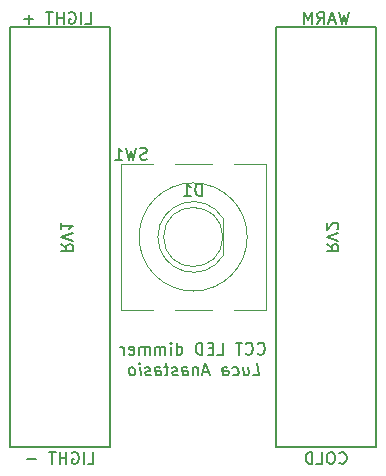
<source format=gbo>
%TF.GenerationSoftware,KiCad,Pcbnew,(6.0.0)*%
%TF.CreationDate,2022-05-26T17:50:24+02:00*%
%TF.ProjectId,slider,736c6964-6572-42e6-9b69-6361645f7063,rev?*%
%TF.SameCoordinates,Original*%
%TF.FileFunction,Legend,Bot*%
%TF.FilePolarity,Positive*%
%FSLAX46Y46*%
G04 Gerber Fmt 4.6, Leading zero omitted, Abs format (unit mm)*
G04 Created by KiCad (PCBNEW (6.0.0)) date 2022-05-26 17:50:24*
%MOMM*%
%LPD*%
G01*
G04 APERTURE LIST*
%ADD10C,0.150000*%
%ADD11C,0.120000*%
G04 APERTURE END LIST*
D10*
X131083333Y-119202380D02*
X131559523Y-119202380D01*
X131559523Y-118202380D01*
X130750000Y-119202380D02*
X130750000Y-118202380D01*
X129750000Y-118250000D02*
X129845238Y-118202380D01*
X129988095Y-118202380D01*
X130130952Y-118250000D01*
X130226190Y-118345238D01*
X130273809Y-118440476D01*
X130321428Y-118630952D01*
X130321428Y-118773809D01*
X130273809Y-118964285D01*
X130226190Y-119059523D01*
X130130952Y-119154761D01*
X129988095Y-119202380D01*
X129892857Y-119202380D01*
X129750000Y-119154761D01*
X129702380Y-119107142D01*
X129702380Y-118773809D01*
X129892857Y-118773809D01*
X129273809Y-119202380D02*
X129273809Y-118202380D01*
X129273809Y-118678571D02*
X128702380Y-118678571D01*
X128702380Y-119202380D02*
X128702380Y-118202380D01*
X128369047Y-118202380D02*
X127797619Y-118202380D01*
X128083333Y-119202380D02*
X128083333Y-118202380D01*
X126702380Y-118821428D02*
X125940476Y-118821428D01*
X153178571Y-80952380D02*
X152940476Y-81952380D01*
X152750000Y-81238095D01*
X152559523Y-81952380D01*
X152321428Y-80952380D01*
X151988095Y-81666666D02*
X151511904Y-81666666D01*
X152083333Y-81952380D02*
X151750000Y-80952380D01*
X151416666Y-81952380D01*
X150511904Y-81952380D02*
X150845238Y-81476190D01*
X151083333Y-81952380D02*
X151083333Y-80952380D01*
X150702380Y-80952380D01*
X150607142Y-81000000D01*
X150559523Y-81047619D01*
X150511904Y-81142857D01*
X150511904Y-81285714D01*
X150559523Y-81380952D01*
X150607142Y-81428571D01*
X150702380Y-81476190D01*
X151083333Y-81476190D01*
X150083333Y-81952380D02*
X150083333Y-80952380D01*
X149750000Y-81666666D01*
X149416666Y-80952380D01*
X149416666Y-81952380D01*
X145452380Y-109857142D02*
X145500000Y-109904761D01*
X145642857Y-109952380D01*
X145738095Y-109952380D01*
X145880952Y-109904761D01*
X145976190Y-109809523D01*
X146023809Y-109714285D01*
X146071428Y-109523809D01*
X146071428Y-109380952D01*
X146023809Y-109190476D01*
X145976190Y-109095238D01*
X145880952Y-109000000D01*
X145738095Y-108952380D01*
X145642857Y-108952380D01*
X145500000Y-109000000D01*
X145452380Y-109047619D01*
X144452380Y-109857142D02*
X144500000Y-109904761D01*
X144642857Y-109952380D01*
X144738095Y-109952380D01*
X144880952Y-109904761D01*
X144976190Y-109809523D01*
X145023809Y-109714285D01*
X145071428Y-109523809D01*
X145071428Y-109380952D01*
X145023809Y-109190476D01*
X144976190Y-109095238D01*
X144880952Y-109000000D01*
X144738095Y-108952380D01*
X144642857Y-108952380D01*
X144500000Y-109000000D01*
X144452380Y-109047619D01*
X144166666Y-108952380D02*
X143595238Y-108952380D01*
X143880952Y-109952380D02*
X143880952Y-108952380D01*
X142023809Y-109952380D02*
X142500000Y-109952380D01*
X142500000Y-108952380D01*
X141690476Y-109428571D02*
X141357142Y-109428571D01*
X141214285Y-109952380D02*
X141690476Y-109952380D01*
X141690476Y-108952380D01*
X141214285Y-108952380D01*
X140785714Y-109952380D02*
X140785714Y-108952380D01*
X140547619Y-108952380D01*
X140404761Y-109000000D01*
X140309523Y-109095238D01*
X140261904Y-109190476D01*
X140214285Y-109380952D01*
X140214285Y-109523809D01*
X140261904Y-109714285D01*
X140309523Y-109809523D01*
X140404761Y-109904761D01*
X140547619Y-109952380D01*
X140785714Y-109952380D01*
X138595238Y-109952380D02*
X138595238Y-108952380D01*
X138595238Y-109904761D02*
X138690476Y-109952380D01*
X138880952Y-109952380D01*
X138976190Y-109904761D01*
X139023809Y-109857142D01*
X139071428Y-109761904D01*
X139071428Y-109476190D01*
X139023809Y-109380952D01*
X138976190Y-109333333D01*
X138880952Y-109285714D01*
X138690476Y-109285714D01*
X138595238Y-109333333D01*
X138119047Y-109952380D02*
X138119047Y-109285714D01*
X138119047Y-108952380D02*
X138166666Y-109000000D01*
X138119047Y-109047619D01*
X138071428Y-109000000D01*
X138119047Y-108952380D01*
X138119047Y-109047619D01*
X137642857Y-109952380D02*
X137642857Y-109285714D01*
X137642857Y-109380952D02*
X137595238Y-109333333D01*
X137500000Y-109285714D01*
X137357142Y-109285714D01*
X137261904Y-109333333D01*
X137214285Y-109428571D01*
X137214285Y-109952380D01*
X137214285Y-109428571D02*
X137166666Y-109333333D01*
X137071428Y-109285714D01*
X136928571Y-109285714D01*
X136833333Y-109333333D01*
X136785714Y-109428571D01*
X136785714Y-109952380D01*
X136309523Y-109952380D02*
X136309523Y-109285714D01*
X136309523Y-109380952D02*
X136261904Y-109333333D01*
X136166666Y-109285714D01*
X136023809Y-109285714D01*
X135928571Y-109333333D01*
X135880952Y-109428571D01*
X135880952Y-109952380D01*
X135880952Y-109428571D02*
X135833333Y-109333333D01*
X135738095Y-109285714D01*
X135595238Y-109285714D01*
X135500000Y-109333333D01*
X135452380Y-109428571D01*
X135452380Y-109952380D01*
X134595238Y-109904761D02*
X134690476Y-109952380D01*
X134880952Y-109952380D01*
X134976190Y-109904761D01*
X135023809Y-109809523D01*
X135023809Y-109428571D01*
X134976190Y-109333333D01*
X134880952Y-109285714D01*
X134690476Y-109285714D01*
X134595238Y-109333333D01*
X134547619Y-109428571D01*
X134547619Y-109523809D01*
X135023809Y-109619047D01*
X134119047Y-109952380D02*
X134119047Y-109285714D01*
X134119047Y-109476190D02*
X134071428Y-109380952D01*
X134023809Y-109333333D01*
X133928571Y-109285714D01*
X133833333Y-109285714D01*
X130833333Y-81952380D02*
X131309523Y-81952380D01*
X131309523Y-80952380D01*
X130500000Y-81952380D02*
X130500000Y-80952380D01*
X129500000Y-81000000D02*
X129595238Y-80952380D01*
X129738095Y-80952380D01*
X129880952Y-81000000D01*
X129976190Y-81095238D01*
X130023809Y-81190476D01*
X130071428Y-81380952D01*
X130071428Y-81523809D01*
X130023809Y-81714285D01*
X129976190Y-81809523D01*
X129880952Y-81904761D01*
X129738095Y-81952380D01*
X129642857Y-81952380D01*
X129500000Y-81904761D01*
X129452380Y-81857142D01*
X129452380Y-81523809D01*
X129642857Y-81523809D01*
X129023809Y-81952380D02*
X129023809Y-80952380D01*
X129023809Y-81428571D02*
X128452380Y-81428571D01*
X128452380Y-81952380D02*
X128452380Y-80952380D01*
X128119047Y-80952380D02*
X127547619Y-80952380D01*
X127833333Y-81952380D02*
X127833333Y-80952380D01*
X126452380Y-81571428D02*
X125690476Y-81571428D01*
X126071428Y-81952380D02*
X126071428Y-81190476D01*
X152369047Y-119107142D02*
X152416666Y-119154761D01*
X152559523Y-119202380D01*
X152654761Y-119202380D01*
X152797619Y-119154761D01*
X152892857Y-119059523D01*
X152940476Y-118964285D01*
X152988095Y-118773809D01*
X152988095Y-118630952D01*
X152940476Y-118440476D01*
X152892857Y-118345238D01*
X152797619Y-118250000D01*
X152654761Y-118202380D01*
X152559523Y-118202380D01*
X152416666Y-118250000D01*
X152369047Y-118297619D01*
X151750000Y-118202380D02*
X151559523Y-118202380D01*
X151464285Y-118250000D01*
X151369047Y-118345238D01*
X151321428Y-118535714D01*
X151321428Y-118869047D01*
X151369047Y-119059523D01*
X151464285Y-119154761D01*
X151559523Y-119202380D01*
X151750000Y-119202380D01*
X151845238Y-119154761D01*
X151940476Y-119059523D01*
X151988095Y-118869047D01*
X151988095Y-118535714D01*
X151940476Y-118345238D01*
X151845238Y-118250000D01*
X151750000Y-118202380D01*
X150416666Y-119202380D02*
X150892857Y-119202380D01*
X150892857Y-118202380D01*
X150083333Y-119202380D02*
X150083333Y-118202380D01*
X149845238Y-118202380D01*
X149702380Y-118250000D01*
X149607142Y-118345238D01*
X149559523Y-118440476D01*
X149511904Y-118630952D01*
X149511904Y-118773809D01*
X149559523Y-118964285D01*
X149607142Y-119059523D01*
X149702380Y-119154761D01*
X149845238Y-119202380D01*
X150083333Y-119202380D01*
X145070863Y-111702380D02*
X145547053Y-111702380D01*
X145422053Y-110702380D01*
X144225625Y-111035714D02*
X144308958Y-111702380D01*
X144654196Y-111035714D02*
X144719672Y-111559523D01*
X144683958Y-111654761D01*
X144594672Y-111702380D01*
X144451815Y-111702380D01*
X144350625Y-111654761D01*
X144297053Y-111607142D01*
X143398244Y-111654761D02*
X143499434Y-111702380D01*
X143689910Y-111702380D01*
X143779196Y-111654761D01*
X143820863Y-111607142D01*
X143856577Y-111511904D01*
X143820863Y-111226190D01*
X143761339Y-111130952D01*
X143707767Y-111083333D01*
X143606577Y-111035714D01*
X143416101Y-111035714D01*
X143326815Y-111083333D01*
X142547053Y-111702380D02*
X142481577Y-111178571D01*
X142517291Y-111083333D01*
X142606577Y-111035714D01*
X142797053Y-111035714D01*
X142898244Y-111083333D01*
X142541101Y-111654761D02*
X142642291Y-111702380D01*
X142880386Y-111702380D01*
X142969672Y-111654761D01*
X143005386Y-111559523D01*
X142993482Y-111464285D01*
X142933958Y-111369047D01*
X142832767Y-111321428D01*
X142594672Y-111321428D01*
X142493482Y-111273809D01*
X141320863Y-111416666D02*
X140844672Y-111416666D01*
X141451815Y-111702380D02*
X140993482Y-110702380D01*
X140785148Y-111702380D01*
X140368482Y-111035714D02*
X140451815Y-111702380D01*
X140380386Y-111130952D02*
X140326815Y-111083333D01*
X140225625Y-111035714D01*
X140082767Y-111035714D01*
X139993482Y-111083333D01*
X139957767Y-111178571D01*
X140023244Y-111702380D01*
X139118482Y-111702380D02*
X139053005Y-111178571D01*
X139088720Y-111083333D01*
X139178005Y-111035714D01*
X139368482Y-111035714D01*
X139469672Y-111083333D01*
X139112529Y-111654761D02*
X139213720Y-111702380D01*
X139451815Y-111702380D01*
X139541101Y-111654761D01*
X139576815Y-111559523D01*
X139564910Y-111464285D01*
X139505386Y-111369047D01*
X139404196Y-111321428D01*
X139166101Y-111321428D01*
X139064910Y-111273809D01*
X138683958Y-111654761D02*
X138594672Y-111702380D01*
X138404196Y-111702380D01*
X138303005Y-111654761D01*
X138243482Y-111559523D01*
X138237529Y-111511904D01*
X138273244Y-111416666D01*
X138362529Y-111369047D01*
X138505386Y-111369047D01*
X138594672Y-111321428D01*
X138630386Y-111226190D01*
X138624434Y-111178571D01*
X138564910Y-111083333D01*
X138463720Y-111035714D01*
X138320863Y-111035714D01*
X138231577Y-111083333D01*
X137892291Y-111035714D02*
X137511339Y-111035714D01*
X137707767Y-110702380D02*
X137814910Y-111559523D01*
X137779196Y-111654761D01*
X137689910Y-111702380D01*
X137594672Y-111702380D01*
X136832767Y-111702380D02*
X136767291Y-111178571D01*
X136803005Y-111083333D01*
X136892291Y-111035714D01*
X137082767Y-111035714D01*
X137183958Y-111083333D01*
X136826815Y-111654761D02*
X136928005Y-111702380D01*
X137166101Y-111702380D01*
X137255386Y-111654761D01*
X137291101Y-111559523D01*
X137279196Y-111464285D01*
X137219672Y-111369047D01*
X137118482Y-111321428D01*
X136880386Y-111321428D01*
X136779196Y-111273809D01*
X136398244Y-111654761D02*
X136308958Y-111702380D01*
X136118482Y-111702380D01*
X136017291Y-111654761D01*
X135957767Y-111559523D01*
X135951815Y-111511904D01*
X135987529Y-111416666D01*
X136076815Y-111369047D01*
X136219672Y-111369047D01*
X136308958Y-111321428D01*
X136344672Y-111226190D01*
X136338720Y-111178571D01*
X136279196Y-111083333D01*
X136178005Y-111035714D01*
X136035148Y-111035714D01*
X135945863Y-111083333D01*
X135547053Y-111702380D02*
X135463720Y-111035714D01*
X135422053Y-110702380D02*
X135475625Y-110750000D01*
X135433958Y-110797619D01*
X135380386Y-110750000D01*
X135422053Y-110702380D01*
X135433958Y-110797619D01*
X134928005Y-111702380D02*
X135017291Y-111654761D01*
X135058958Y-111607142D01*
X135094672Y-111511904D01*
X135058958Y-111226190D01*
X134999434Y-111130952D01*
X134945863Y-111083333D01*
X134844672Y-111035714D01*
X134701815Y-111035714D01*
X134612529Y-111083333D01*
X134570863Y-111130952D01*
X134535148Y-111226190D01*
X134570863Y-111511904D01*
X134630386Y-111607142D01*
X134683958Y-111654761D01*
X134785148Y-111702380D01*
X134928005Y-111702380D01*
%TO.C,RV1*%
X128797619Y-100595238D02*
X129273809Y-100928571D01*
X128797619Y-101166666D02*
X129797619Y-101166666D01*
X129797619Y-100785714D01*
X129750000Y-100690476D01*
X129702380Y-100642857D01*
X129607142Y-100595238D01*
X129464285Y-100595238D01*
X129369047Y-100642857D01*
X129321428Y-100690476D01*
X129273809Y-100785714D01*
X129273809Y-101166666D01*
X129797619Y-100309523D02*
X128797619Y-99976190D01*
X129797619Y-99642857D01*
X128797619Y-98785714D02*
X128797619Y-99357142D01*
X128797619Y-99071428D02*
X129797619Y-99071428D01*
X129654761Y-99166666D01*
X129559523Y-99261904D01*
X129511904Y-99357142D01*
%TO.C,D1*%
X140743095Y-96492380D02*
X140743095Y-95492380D01*
X140505000Y-95492380D01*
X140362142Y-95540000D01*
X140266904Y-95635238D01*
X140219285Y-95730476D01*
X140171666Y-95920952D01*
X140171666Y-96063809D01*
X140219285Y-96254285D01*
X140266904Y-96349523D01*
X140362142Y-96444761D01*
X140505000Y-96492380D01*
X140743095Y-96492380D01*
X139219285Y-96492380D02*
X139790714Y-96492380D01*
X139505000Y-96492380D02*
X139505000Y-95492380D01*
X139600238Y-95635238D01*
X139695476Y-95730476D01*
X139790714Y-95778095D01*
%TO.C,RV2*%
X151297619Y-100595238D02*
X151773809Y-100928571D01*
X151297619Y-101166666D02*
X152297619Y-101166666D01*
X152297619Y-100785714D01*
X152250000Y-100690476D01*
X152202380Y-100642857D01*
X152107142Y-100595238D01*
X151964285Y-100595238D01*
X151869047Y-100642857D01*
X151821428Y-100690476D01*
X151773809Y-100785714D01*
X151773809Y-101166666D01*
X152297619Y-100309523D02*
X151297619Y-99976190D01*
X152297619Y-99642857D01*
X152202380Y-99357142D02*
X152250000Y-99309523D01*
X152297619Y-99214285D01*
X152297619Y-98976190D01*
X152250000Y-98880952D01*
X152202380Y-98833333D01*
X152107142Y-98785714D01*
X152011904Y-98785714D01*
X151869047Y-98833333D01*
X151297619Y-99404761D01*
X151297619Y-98785714D01*
%TO.C,SW1*%
X136083333Y-93404761D02*
X135940476Y-93452380D01*
X135702380Y-93452380D01*
X135607142Y-93404761D01*
X135559523Y-93357142D01*
X135511904Y-93261904D01*
X135511904Y-93166666D01*
X135559523Y-93071428D01*
X135607142Y-93023809D01*
X135702380Y-92976190D01*
X135892857Y-92928571D01*
X135988095Y-92880952D01*
X136035714Y-92833333D01*
X136083333Y-92738095D01*
X136083333Y-92642857D01*
X136035714Y-92547619D01*
X135988095Y-92500000D01*
X135892857Y-92452380D01*
X135654761Y-92452380D01*
X135511904Y-92500000D01*
X135178571Y-92452380D02*
X134940476Y-93452380D01*
X134750000Y-92738095D01*
X134559523Y-93452380D01*
X134321428Y-92452380D01*
X133416666Y-93452380D02*
X133988095Y-93452380D01*
X133702380Y-93452380D02*
X133702380Y-92452380D01*
X133797619Y-92595238D01*
X133892857Y-92690476D01*
X133988095Y-92738095D01*
%TO.C,RV1*%
X133000000Y-117750000D02*
X124500000Y-117750000D01*
X124500000Y-117750000D02*
X124500000Y-82250000D01*
X124500000Y-82250000D02*
X133000000Y-82250000D01*
X133000000Y-82250000D02*
X133000000Y-117750000D01*
D11*
%TO.C,D1*%
X142565000Y-98455000D02*
X142565000Y-101545000D01*
X137015000Y-99999538D02*
G75*
G03*
X142565000Y-101544830I2990000J-462D01*
G01*
X142565000Y-98455170D02*
G75*
G03*
X137015000Y-100000462I-2560000J-1544830D01*
G01*
X142505000Y-100000000D02*
G75*
G03*
X142505000Y-100000000I-2500000J0D01*
G01*
D10*
%TO.C,RV2*%
X155500000Y-117750000D02*
X147000000Y-117750000D01*
X147000000Y-117750000D02*
X147000000Y-82250000D01*
X147000000Y-82250000D02*
X155500000Y-82250000D01*
X155500000Y-82250000D02*
X155500000Y-117750000D01*
D11*
%TO.C,SW1*%
X143430000Y-106150000D02*
X146150000Y-106150000D01*
X133850000Y-106150000D02*
X136570000Y-106150000D01*
X138430000Y-106150000D02*
X141570000Y-106150000D01*
X133850000Y-93850000D02*
X133850000Y-106150000D01*
X146150000Y-93850000D02*
X143430000Y-93850000D01*
X136570000Y-93850000D02*
X133850000Y-93850000D01*
X146150000Y-106150000D02*
X146150000Y-93850000D01*
X141570000Y-93850000D02*
X138430000Y-93850000D01*
X144579050Y-100000000D02*
G75*
G03*
X144579050Y-100000000I-4579050J0D01*
G01*
%TD*%
M02*

</source>
